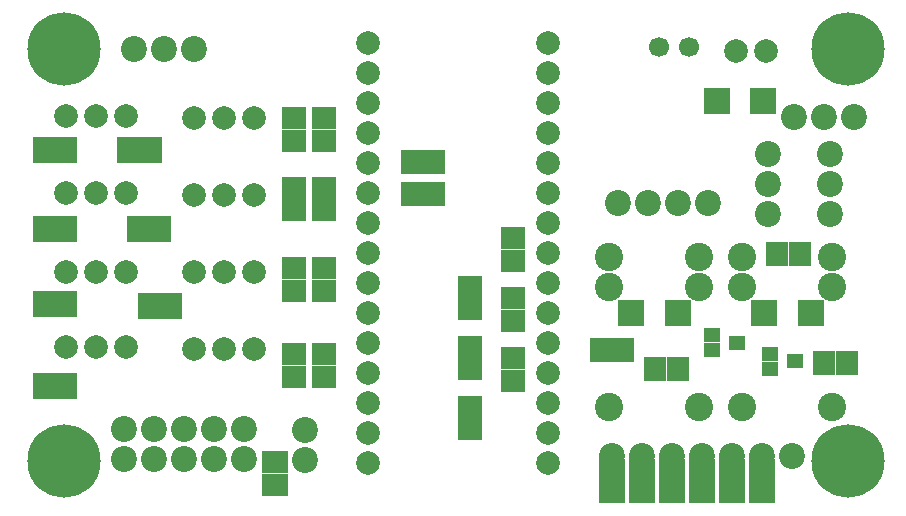
<source format=gbr>
%FSLAX34Y34*%
%MOMM*%
%LNSOLDERMASK_BOTTOM*%
G71*
G01*
%ADD10C, 2.000*%
%ADD11C, 6.200*%
%ADD12C, 2.000*%
%ADD13C, 2.200*%
%ADD14R, 2.200X2.200*%
%ADD15C, 1.700*%
%ADD16R, 1.400X1.200*%
%ADD17R, 2.000X1.900*%
%ADD18R, 2.200X1.900*%
%ADD19R, 1.900X2.200*%
%ADD20R, 1.900X2.000*%
%ADD21C, 2.400*%
%LPD*%
X449262Y-391988D02*
G54D10*
D03*
X449262Y-366588D02*
G54D10*
D03*
X449262Y-341188D02*
G54D10*
D03*
X449262Y-315788D02*
G54D10*
D03*
X449262Y-290388D02*
G54D10*
D03*
X449262Y-264988D02*
G54D10*
D03*
X449262Y-239588D02*
G54D10*
D03*
X449262Y-214188D02*
G54D10*
D03*
X449262Y-188788D02*
G54D10*
D03*
X449262Y-163388D02*
G54D10*
D03*
X449262Y-137988D02*
G54D10*
D03*
X449262Y-112588D02*
G54D10*
D03*
X449262Y-87188D02*
G54D10*
D03*
X449262Y-61788D02*
G54D10*
D03*
X449262Y-36388D02*
G54D10*
D03*
X296862Y-391988D02*
G54D10*
D03*
X296862Y-391988D02*
G54D10*
D03*
X296862Y-366588D02*
G54D10*
D03*
X296862Y-341188D02*
G54D10*
D03*
X296862Y-315788D02*
G54D10*
D03*
X296862Y-290388D02*
G54D10*
D03*
X296862Y-264988D02*
G54D10*
D03*
X296862Y-239588D02*
G54D10*
D03*
X296862Y-214188D02*
G54D10*
D03*
X296862Y-188788D02*
G54D10*
D03*
X296862Y-163388D02*
G54D10*
D03*
X296862Y-137988D02*
G54D10*
D03*
X296862Y-112588D02*
G54D10*
D03*
X296862Y-87188D02*
G54D10*
D03*
X296862Y-61788D02*
G54D10*
D03*
X296862Y-36388D02*
G54D10*
D03*
X703262Y-41150D02*
G54D11*
D03*
X703262Y-390400D02*
G54D11*
D03*
X39688Y-390400D02*
G54D11*
D03*
X39688Y-41150D02*
G54D11*
D03*
X608059Y-42869D02*
G54D12*
D03*
X633459Y-42869D02*
G54D12*
D03*
X149573Y-41280D02*
G54D13*
D03*
X124173Y-41280D02*
G54D13*
D03*
X98773Y-41280D02*
G54D13*
D03*
X591899Y-85203D02*
G54D14*
D03*
X631599Y-85203D02*
G54D14*
D03*
X542925Y-39688D02*
G54D15*
D03*
X568325Y-39688D02*
G54D15*
D03*
X588334Y-283612D02*
G54D16*
D03*
X588333Y-296612D02*
G54D16*
D03*
X609333Y-290111D02*
G54D16*
D03*
X259568Y-119091D02*
G54D17*
D03*
X259568Y-100091D02*
G54D17*
D03*
X687843Y-181630D02*
G54D13*
D03*
X687842Y-156230D02*
G54D13*
D03*
X687842Y-130830D02*
G54D13*
D03*
X243244Y-389279D02*
G54D13*
D03*
X243244Y-363879D02*
G54D13*
D03*
X217817Y-410615D02*
G54D18*
D03*
X217816Y-391615D02*
G54D18*
D03*
X584284Y-172064D02*
G54D13*
D03*
X558884Y-172064D02*
G54D13*
D03*
X533484Y-172064D02*
G54D13*
D03*
X508084Y-172064D02*
G54D13*
D03*
X92075Y-98426D02*
G54D12*
D03*
X66675Y-98426D02*
G54D12*
D03*
X41275Y-98426D02*
G54D12*
D03*
X192088Y-363538D02*
G54D13*
D03*
X192088Y-388938D02*
G54D13*
D03*
X166688Y-363538D02*
G54D13*
D03*
X166688Y-388938D02*
G54D13*
D03*
X141288Y-363538D02*
G54D13*
D03*
X141288Y-388938D02*
G54D13*
D03*
X115888Y-363538D02*
G54D13*
D03*
X115888Y-388937D02*
G54D13*
D03*
X90488Y-363538D02*
G54D13*
D03*
X90488Y-388937D02*
G54D13*
D03*
X200025Y-100013D02*
G54D12*
D03*
X174625Y-100013D02*
G54D12*
D03*
X149225Y-100013D02*
G54D12*
D03*
X92075Y-163513D02*
G54D12*
D03*
X66675Y-163513D02*
G54D12*
D03*
X41275Y-163513D02*
G54D12*
D03*
X200025Y-165101D02*
G54D12*
D03*
X174625Y-165101D02*
G54D12*
D03*
X149225Y-165101D02*
G54D12*
D03*
X92075Y-230188D02*
G54D12*
D03*
X66675Y-230188D02*
G54D12*
D03*
X41275Y-230188D02*
G54D12*
D03*
X200025Y-230188D02*
G54D12*
D03*
X174625Y-230188D02*
G54D12*
D03*
X149225Y-230188D02*
G54D12*
D03*
X92075Y-293688D02*
G54D12*
D03*
X66675Y-293688D02*
G54D12*
D03*
X41275Y-293688D02*
G54D12*
D03*
X200025Y-295276D02*
G54D12*
D03*
X174625Y-295276D02*
G54D12*
D03*
X149225Y-295276D02*
G54D12*
D03*
X234168Y-119091D02*
G54D17*
D03*
X234168Y-100091D02*
G54D17*
D03*
X259568Y-177829D02*
G54D17*
D03*
X259568Y-158829D02*
G54D17*
D03*
X234168Y-177829D02*
G54D17*
D03*
X234168Y-158829D02*
G54D17*
D03*
X259568Y-246091D02*
G54D17*
D03*
X259568Y-227091D02*
G54D17*
D03*
X234168Y-246091D02*
G54D17*
D03*
X234168Y-227091D02*
G54D17*
D03*
X259568Y-319116D02*
G54D17*
D03*
X259568Y-300116D02*
G54D17*
D03*
X234168Y-319116D02*
G54D17*
D03*
X234168Y-300116D02*
G54D17*
D03*
G36*
X84403Y-116048D02*
X103403Y-116048D01*
X103404Y-138048D01*
X84404Y-138048D01*
X84403Y-116048D01*
G37*
X112904Y-127048D02*
G54D19*
D03*
G36*
X12966Y-116048D02*
X31966Y-116048D01*
X31966Y-138048D01*
X12966Y-138048D01*
X12966Y-116048D01*
G37*
X41466Y-127048D02*
G54D19*
D03*
G36*
X92341Y-182723D02*
X111341Y-182723D01*
X111341Y-204723D01*
X92341Y-204723D01*
X92341Y-182723D01*
G37*
X120841Y-193723D02*
G54D19*
D03*
G36*
X12966Y-182723D02*
X31966Y-182723D01*
X31966Y-204723D01*
X12966Y-204723D01*
X12966Y-182723D01*
G37*
X41466Y-193723D02*
G54D19*
D03*
G36*
X12966Y-246223D02*
X31966Y-246223D01*
X31966Y-268223D01*
X12966Y-268223D01*
X12966Y-246223D01*
G37*
X41466Y-257223D02*
G54D19*
D03*
G36*
X101866Y-247811D02*
X120866Y-247810D01*
X120866Y-269810D01*
X101866Y-269811D01*
X101866Y-247811D01*
G37*
X130366Y-258810D02*
G54D19*
D03*
G36*
X12966Y-316073D02*
X31966Y-316073D01*
X31966Y-338073D01*
X12966Y-338073D01*
X12966Y-316073D01*
G37*
X41466Y-327073D02*
G54D19*
D03*
X333694Y-137546D02*
G54D20*
D03*
X352694Y-137546D02*
G54D20*
D03*
X333694Y-164534D02*
G54D20*
D03*
X352694Y-164534D02*
G54D20*
D03*
X577299Y-217717D02*
G54D21*
D03*
X577299Y-243118D02*
G54D21*
D03*
X577299Y-344718D02*
G54D21*
D03*
X501099Y-217717D02*
G54D21*
D03*
X501099Y-243118D02*
G54D21*
D03*
X501099Y-344717D02*
G54D21*
D03*
X579522Y-386376D02*
G54D13*
D03*
X554122Y-386376D02*
G54D13*
D03*
X528722Y-386376D02*
G54D13*
D03*
X503322Y-386376D02*
G54D13*
D03*
X655722Y-386376D02*
G54D13*
D03*
X630322Y-386376D02*
G54D13*
D03*
X604922Y-386376D02*
G54D13*
D03*
X383393Y-261966D02*
G54D17*
D03*
X383393Y-242966D02*
G54D17*
D03*
X383393Y-312766D02*
G54D17*
D03*
X383393Y-293766D02*
G54D17*
D03*
X383393Y-363566D02*
G54D17*
D03*
X383393Y-344566D02*
G54D17*
D03*
X419906Y-220691D02*
G54D17*
D03*
X419906Y-201691D02*
G54D17*
D03*
X419906Y-271491D02*
G54D17*
D03*
X419906Y-252491D02*
G54D17*
D03*
X419906Y-322291D02*
G54D17*
D03*
X419906Y-303291D02*
G54D17*
D03*
X690011Y-217717D02*
G54D21*
D03*
X690011Y-243118D02*
G54D21*
D03*
X690011Y-344718D02*
G54D21*
D03*
X613811Y-217717D02*
G54D21*
D03*
X613811Y-243118D02*
G54D21*
D03*
X613811Y-344717D02*
G54D21*
D03*
X635455Y-130830D02*
G54D13*
D03*
X635455Y-156230D02*
G54D13*
D03*
X635455Y-181630D02*
G54D13*
D03*
X519668Y-264988D02*
G54D14*
D03*
X559368Y-264988D02*
G54D14*
D03*
X494032Y-296296D02*
G54D20*
D03*
X513032Y-296296D02*
G54D20*
D03*
X540069Y-312171D02*
G54D20*
D03*
X559069Y-312171D02*
G54D20*
D03*
X632380Y-264988D02*
G54D14*
D03*
X672080Y-264988D02*
G54D14*
D03*
X637546Y-299487D02*
G54D16*
D03*
X637546Y-312486D02*
G54D16*
D03*
X658546Y-305986D02*
G54D16*
D03*
X630280Y-398026D02*
G54D18*
D03*
X630280Y-417026D02*
G54D18*
D03*
X604880Y-398026D02*
G54D18*
D03*
X604880Y-417026D02*
G54D18*
D03*
X579480Y-398026D02*
G54D18*
D03*
X579480Y-417026D02*
G54D18*
D03*
X554080Y-398026D02*
G54D18*
D03*
X554080Y-417026D02*
G54D18*
D03*
X528680Y-398026D02*
G54D18*
D03*
X528680Y-417026D02*
G54D18*
D03*
X503280Y-398026D02*
G54D18*
D03*
X503280Y-417026D02*
G54D18*
D03*
X707848Y-98931D02*
G54D13*
D03*
X682448Y-98931D02*
G54D13*
D03*
X657048Y-98931D02*
G54D13*
D03*
X682944Y-307409D02*
G54D20*
D03*
X701944Y-307409D02*
G54D20*
D03*
X643257Y-215334D02*
G54D20*
D03*
X662257Y-215334D02*
G54D20*
D03*
M02*

</source>
